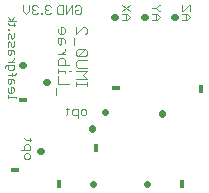
<source format=gbo>
G75*
G70*
%OFA0B0*%
%FSLAX24Y24*%
%IPPOS*%
%LPD*%
%AMOC8*
5,1,8,0,0,1.08239X$1,22.5*
%
%ADD10C,0.0020*%
%ADD11C,0.0030*%
%ADD12C,0.0220*%
%ADD13R,0.0180X0.0300*%
%ADD14R,0.0300X0.0180*%
D10*
X000411Y005302D02*
X000411Y005395D01*
X000411Y005348D02*
X000691Y005348D01*
X000691Y005302D01*
X000551Y005486D02*
X000598Y005532D01*
X000598Y005626D01*
X000551Y005673D01*
X000505Y005673D01*
X000505Y005486D01*
X000551Y005486D02*
X000458Y005486D01*
X000411Y005532D01*
X000411Y005626D01*
X000458Y005762D02*
X000505Y005809D01*
X000505Y005949D01*
X000551Y005949D02*
X000411Y005949D01*
X000411Y005809D01*
X000458Y005762D01*
X000598Y005809D02*
X000598Y005902D01*
X000551Y005949D01*
X000551Y006038D02*
X000551Y006132D01*
X000551Y006222D02*
X000458Y006222D01*
X000411Y006269D01*
X000411Y006409D01*
X000364Y006409D02*
X000598Y006409D01*
X000598Y006269D01*
X000551Y006222D01*
X000645Y006085D02*
X000411Y006085D01*
X000318Y006316D02*
X000318Y006362D01*
X000364Y006409D01*
X000411Y006499D02*
X000598Y006499D01*
X000598Y006592D02*
X000598Y006639D01*
X000598Y006592D02*
X000505Y006499D01*
X000458Y006729D02*
X000505Y006775D01*
X000505Y006916D01*
X000551Y006916D02*
X000411Y006916D01*
X000411Y006775D01*
X000458Y006729D01*
X000598Y006869D02*
X000551Y006916D01*
X000598Y006869D02*
X000598Y006775D01*
X000551Y007005D02*
X000598Y007052D01*
X000598Y007192D01*
X000551Y007281D02*
X000598Y007328D01*
X000598Y007468D01*
X000505Y007421D02*
X000505Y007328D01*
X000551Y007281D01*
X000458Y007192D02*
X000505Y007145D01*
X000505Y007052D01*
X000551Y007005D01*
X000411Y007005D02*
X000411Y007145D01*
X000458Y007192D01*
X000411Y007281D02*
X000411Y007421D01*
X000458Y007468D01*
X000505Y007421D01*
X000458Y007557D02*
X000458Y007604D01*
X000411Y007604D01*
X000411Y007557D01*
X000458Y007557D01*
X000458Y007742D02*
X000411Y007789D01*
X000458Y007742D02*
X000645Y007742D01*
X000598Y007696D02*
X000598Y007789D01*
X000505Y007880D02*
X000598Y008020D01*
X000505Y007880D02*
X000411Y008020D01*
X000411Y007880D02*
X000691Y007880D01*
X000691Y006132D02*
X000645Y006085D01*
D11*
X002066Y006143D02*
X002066Y006267D01*
X002066Y006205D02*
X002313Y006205D01*
X002313Y006143D01*
X002436Y006205D02*
X002498Y006205D01*
X002436Y006389D02*
X002066Y006389D01*
X002066Y006574D01*
X002128Y006636D01*
X002251Y006636D01*
X002313Y006574D01*
X002313Y006389D01*
X002066Y006022D02*
X002066Y005775D01*
X002436Y005775D01*
X002666Y005768D02*
X003036Y005768D01*
X003036Y005707D02*
X003036Y005830D01*
X003036Y005952D02*
X002913Y006076D01*
X003036Y006199D01*
X002666Y006199D01*
X002728Y006320D02*
X002666Y006382D01*
X002666Y006506D01*
X002728Y006567D01*
X003036Y006567D01*
X002975Y006689D02*
X003036Y006750D01*
X003036Y006874D01*
X002975Y006936D01*
X002728Y006689D01*
X002666Y006750D01*
X002666Y006874D01*
X002728Y006936D01*
X002975Y006936D01*
X002975Y006689D02*
X002728Y006689D01*
X002728Y006320D02*
X003036Y006320D01*
X003036Y005952D02*
X002666Y005952D01*
X002666Y005830D02*
X002666Y005707D01*
X002727Y004930D02*
X002582Y004930D01*
X002534Y004882D01*
X002534Y004785D01*
X002582Y004737D01*
X002727Y004737D01*
X002727Y004640D02*
X002727Y004930D01*
X002828Y004882D02*
X002877Y004930D01*
X002974Y004930D01*
X003022Y004882D01*
X003022Y004785D01*
X002974Y004737D01*
X002877Y004737D01*
X002828Y004785D01*
X002828Y004882D01*
X002433Y004930D02*
X002336Y004930D01*
X002384Y004979D02*
X002384Y004785D01*
X002336Y004737D01*
X002004Y005407D02*
X002004Y005654D01*
X002066Y006757D02*
X002313Y006757D01*
X002190Y006757D02*
X002313Y006881D01*
X002313Y006942D01*
X002313Y007126D02*
X002313Y007249D01*
X002251Y007311D01*
X002066Y007311D01*
X002066Y007126D01*
X002128Y007064D01*
X002190Y007126D01*
X002190Y007311D01*
X002190Y007432D02*
X002190Y007679D01*
X002251Y007679D01*
X002313Y007617D01*
X002313Y007494D01*
X002251Y007432D01*
X002128Y007432D01*
X002066Y007494D01*
X002066Y007617D01*
X002102Y008107D02*
X002053Y008155D01*
X002053Y008349D01*
X002102Y008397D01*
X002247Y008397D01*
X002247Y008107D01*
X002102Y008107D01*
X002348Y008107D02*
X002348Y008397D01*
X002542Y008397D02*
X002348Y008107D01*
X002542Y008107D02*
X002542Y008397D01*
X002643Y008349D02*
X002691Y008397D01*
X002788Y008397D01*
X002836Y008349D01*
X002836Y008155D01*
X002788Y008107D01*
X002691Y008107D01*
X002643Y008155D01*
X002643Y008252D01*
X002739Y008252D01*
X002666Y007672D02*
X002666Y007425D01*
X002913Y007672D01*
X002975Y007672D01*
X003036Y007611D01*
X003036Y007487D01*
X002975Y007425D01*
X002604Y007304D02*
X002604Y007057D01*
X001788Y008107D02*
X001836Y008155D01*
X001788Y008107D02*
X001691Y008107D01*
X001643Y008155D01*
X001643Y008203D01*
X001691Y008252D01*
X001739Y008252D01*
X001691Y008252D02*
X001643Y008300D01*
X001643Y008349D01*
X001691Y008397D01*
X001788Y008397D01*
X001836Y008349D01*
X001542Y008155D02*
X001493Y008155D01*
X001493Y008107D01*
X001542Y008107D01*
X001542Y008155D01*
X001394Y008155D02*
X001346Y008107D01*
X001249Y008107D01*
X001201Y008155D01*
X001201Y008203D01*
X001249Y008252D01*
X001297Y008252D01*
X001249Y008252D02*
X001201Y008300D01*
X001201Y008349D01*
X001249Y008397D01*
X001346Y008397D01*
X001394Y008349D01*
X001100Y008397D02*
X001100Y008203D01*
X001003Y008107D01*
X000906Y008203D01*
X000906Y008397D01*
X004196Y008405D02*
X004486Y008212D01*
X004390Y008111D02*
X004196Y008111D01*
X004196Y008212D02*
X004486Y008405D01*
X004390Y008111D02*
X004486Y008014D01*
X004390Y007917D01*
X004196Y007917D01*
X004341Y007917D02*
X004341Y008111D01*
X005196Y008111D02*
X005390Y008111D01*
X005486Y008014D01*
X005390Y007917D01*
X005196Y007917D01*
X005341Y007917D02*
X005341Y008111D01*
X005438Y008212D02*
X005341Y008309D01*
X005196Y008309D01*
X005341Y008309D02*
X005438Y008405D01*
X005486Y008405D01*
X005486Y008212D02*
X005438Y008212D01*
X006196Y008212D02*
X006196Y008405D01*
X006196Y008212D02*
X006245Y008212D01*
X006438Y008405D01*
X006486Y008405D01*
X006486Y008212D01*
X006390Y008111D02*
X006196Y008111D01*
X006341Y008111D02*
X006341Y007917D01*
X006390Y007917D02*
X006486Y008014D01*
X006390Y008111D01*
X006390Y007917D02*
X006196Y007917D01*
X001188Y003909D02*
X000995Y003909D01*
X000946Y003957D01*
X000995Y003759D02*
X000946Y003711D01*
X000946Y003566D01*
X000849Y003566D02*
X001140Y003566D01*
X001140Y003711D01*
X001091Y003759D01*
X000995Y003759D01*
X001140Y003860D02*
X001140Y003957D01*
X001091Y003464D02*
X000995Y003464D01*
X000946Y003416D01*
X000946Y003319D01*
X000995Y003271D01*
X001091Y003271D01*
X001140Y003319D01*
X001140Y003416D01*
X001091Y003464D01*
D12*
X001489Y003542D02*
X001513Y003542D01*
X003201Y004280D02*
X003201Y004304D01*
X003651Y004830D02*
X003651Y004854D01*
X003251Y002454D02*
X003251Y002430D01*
X005051Y002430D02*
X005051Y002454D01*
X005551Y004780D02*
X005551Y004804D01*
X005939Y007992D02*
X005963Y007992D01*
X004963Y007992D02*
X004939Y007992D01*
X003963Y007992D02*
X003939Y007992D01*
X001713Y005842D02*
X001689Y005842D01*
X000913Y006392D02*
X000889Y006392D01*
D13*
X002101Y002442D03*
X003351Y003642D03*
X006201Y002442D03*
X006851Y005592D03*
D14*
X004001Y005642D03*
X000901Y005242D03*
X000651Y002892D03*
M02*

</source>
